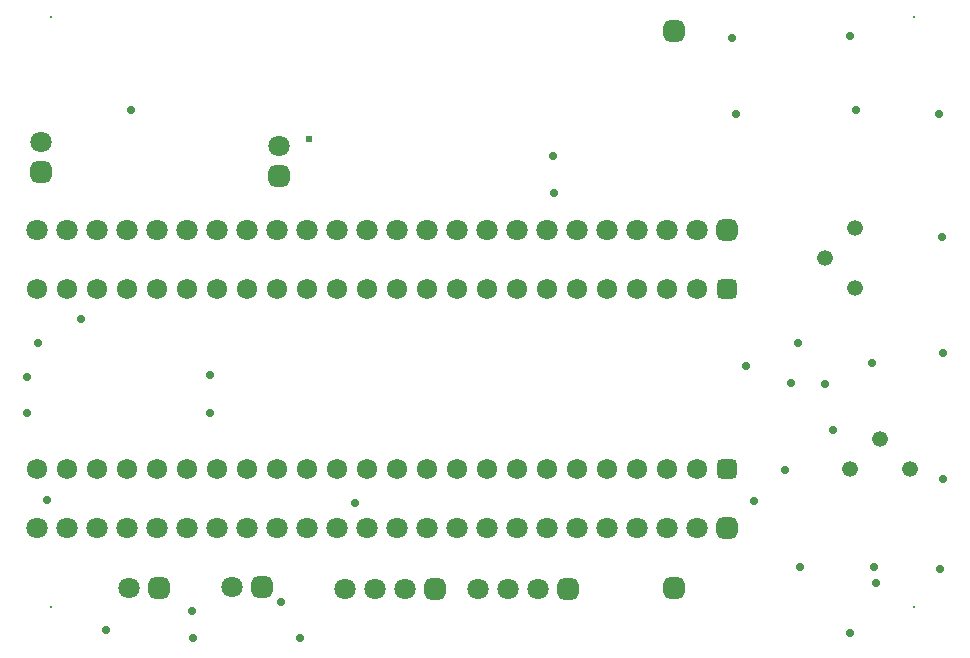
<source format=gbs>
G04*
G04 #@! TF.GenerationSoftware,Altium Limited,Altium Designer,21.6.4 (81)*
G04*
G04 Layer_Color=16711935*
%FSLAX44Y44*%
%MOMM*%
G71*
G04*
G04 #@! TF.SameCoordinates,DF600929-9F7D-4707-823E-D0FB3E8D8E71*
G04*
G04*
G04 #@! TF.FilePolarity,Negative*
G04*
G01*
G75*
%ADD47C,1.7232*%
G04:AMPARAMS|DCode=48|XSize=1.7232mm|YSize=1.7232mm|CornerRadius=0.4816mm|HoleSize=0mm|Usage=FLASHONLY|Rotation=180.000|XOffset=0mm|YOffset=0mm|HoleType=Round|Shape=RoundedRectangle|*
%AMROUNDEDRECTD48*
21,1,1.7232,0.7600,0,0,180.0*
21,1,0.7600,1.7232,0,0,180.0*
1,1,0.9632,-0.3800,0.3800*
1,1,0.9632,0.3800,0.3800*
1,1,0.9632,0.3800,-0.3800*
1,1,0.9632,-0.3800,-0.3800*
%
%ADD48ROUNDEDRECTD48*%
G04:AMPARAMS|DCode=49|XSize=1.8032mm|YSize=1.8032mm|CornerRadius=0.5016mm|HoleSize=0mm|Usage=FLASHONLY|Rotation=0.000|XOffset=0mm|YOffset=0mm|HoleType=Round|Shape=RoundedRectangle|*
%AMROUNDEDRECTD49*
21,1,1.8032,0.8000,0,0,0.0*
21,1,0.8000,1.8032,0,0,0.0*
1,1,1.0032,0.4000,-0.4000*
1,1,1.0032,-0.4000,-0.4000*
1,1,1.0032,-0.4000,0.4000*
1,1,1.0032,0.4000,0.4000*
%
%ADD49ROUNDEDRECTD49*%
%ADD50C,0.2000*%
%ADD51C,1.3232*%
%ADD52C,1.8032*%
G04:AMPARAMS|DCode=53|XSize=1.8032mm|YSize=1.8032mm|CornerRadius=0.5016mm|HoleSize=0mm|Usage=FLASHONLY|Rotation=90.000|XOffset=0mm|YOffset=0mm|HoleType=Round|Shape=RoundedRectangle|*
%AMROUNDEDRECTD53*
21,1,1.8032,0.8000,0,0,90.0*
21,1,0.8000,1.8032,0,0,90.0*
1,1,1.0032,0.4000,0.4000*
1,1,1.0032,0.4000,-0.4000*
1,1,1.0032,-0.4000,-0.4000*
1,1,1.0032,-0.4000,0.4000*
%
%ADD53ROUNDEDRECTD53*%
%ADD54C,0.6200*%
%ADD55C,0.7016*%
D47*
X17900Y300000D02*
D03*
X43300D02*
D03*
X68700D02*
D03*
X94100D02*
D03*
X119500D02*
D03*
X144900D02*
D03*
X170300D02*
D03*
X246500D02*
D03*
X271900D02*
D03*
X297300D02*
D03*
X348100D02*
D03*
X398900D02*
D03*
X424300D02*
D03*
X475100D02*
D03*
X500500D02*
D03*
X525900D02*
D03*
X576700D02*
D03*
X551300D02*
D03*
X449700D02*
D03*
X373500D02*
D03*
X322700D02*
D03*
X221100D02*
D03*
X195700D02*
D03*
X17900Y147600D02*
D03*
X43300D02*
D03*
X68700D02*
D03*
X94100D02*
D03*
X119500D02*
D03*
X144900D02*
D03*
X170300D02*
D03*
X246500D02*
D03*
X271900D02*
D03*
X297300D02*
D03*
X348100D02*
D03*
X398900D02*
D03*
X424300D02*
D03*
X475100D02*
D03*
X500500D02*
D03*
X525900D02*
D03*
X576700D02*
D03*
X551300D02*
D03*
X449700D02*
D03*
X373500D02*
D03*
X322700D02*
D03*
X221100D02*
D03*
X195700D02*
D03*
D48*
X602100Y300000D02*
D03*
Y147600D02*
D03*
D49*
X556750Y46500D02*
D03*
Y518500D02*
D03*
X354350Y46000D02*
D03*
X466950Y45750D02*
D03*
X208450Y47508D02*
D03*
X121200Y46757D02*
D03*
X602100Y97600D02*
D03*
Y350000D02*
D03*
D50*
X760000Y30000D02*
D03*
Y530000D02*
D03*
X30000D02*
D03*
Y30000D02*
D03*
D51*
X757253Y147000D02*
D03*
X731852Y172400D02*
D03*
X706452Y147000D02*
D03*
X710200Y351015D02*
D03*
X684800Y325615D02*
D03*
X710200Y300215D02*
D03*
D52*
X328950Y46000D02*
D03*
X303550D02*
D03*
X278150D02*
D03*
X441550Y45750D02*
D03*
X416150D02*
D03*
X390750D02*
D03*
X183050Y47508D02*
D03*
X95800Y46757D02*
D03*
X222993Y420950D02*
D03*
X20750Y424200D02*
D03*
X17900Y97600D02*
D03*
X43300D02*
D03*
X68700D02*
D03*
X94100D02*
D03*
X119500D02*
D03*
X246500D02*
D03*
X322700D02*
D03*
X348100D02*
D03*
X373500D02*
D03*
X424300D02*
D03*
X449700D02*
D03*
X500500D02*
D03*
X551300D02*
D03*
X576700D02*
D03*
X525900D02*
D03*
X475100D02*
D03*
X398900D02*
D03*
X297300D02*
D03*
X271900D02*
D03*
X221100D02*
D03*
X195700D02*
D03*
X170300D02*
D03*
X144900D02*
D03*
X17900Y350000D02*
D03*
X43300D02*
D03*
X68700D02*
D03*
X94100D02*
D03*
X119500D02*
D03*
X246500D02*
D03*
X322700D02*
D03*
X348100D02*
D03*
X373500D02*
D03*
X424300D02*
D03*
X449700D02*
D03*
X500500D02*
D03*
X551300D02*
D03*
X576700D02*
D03*
X525900D02*
D03*
X475100D02*
D03*
X398900D02*
D03*
X297300D02*
D03*
X271900D02*
D03*
X221100D02*
D03*
X195700D02*
D03*
X170300D02*
D03*
X144900D02*
D03*
D53*
X222993Y395550D02*
D03*
X20750Y398800D02*
D03*
D54*
X248000Y426500D02*
D03*
D55*
X684600Y219500D02*
D03*
X656350Y219750D02*
D03*
X781250Y448000D02*
D03*
X784250Y343500D02*
D03*
X785000Y245500D02*
D03*
X784750Y139000D02*
D03*
X782500Y62500D02*
D03*
X728500Y50750D02*
D03*
X706500Y8500D02*
D03*
X664000Y64000D02*
D03*
X624750Y119750D02*
D03*
X651000Y146500D02*
D03*
X661750Y254250D02*
D03*
X711500Y451000D02*
D03*
X609250Y448000D02*
D03*
X705750Y514250D02*
D03*
X606250Y512000D02*
D03*
X455750Y380750D02*
D03*
X454750Y412000D02*
D03*
X287250Y118750D02*
D03*
X224250Y34500D02*
D03*
X149250Y26750D02*
D03*
X240500Y4000D02*
D03*
X149750Y4250D02*
D03*
X76000Y11000D02*
D03*
X26500Y120750D02*
D03*
X9500Y195000D02*
D03*
Y225000D02*
D03*
X164500Y194250D02*
D03*
X164250Y227250D02*
D03*
X18750Y253750D02*
D03*
X97500Y451250D02*
D03*
X617750Y234750D02*
D03*
X724500Y237250D02*
D03*
X692000Y180250D02*
D03*
X726250Y64500D02*
D03*
X55250Y274500D02*
D03*
M02*

</source>
